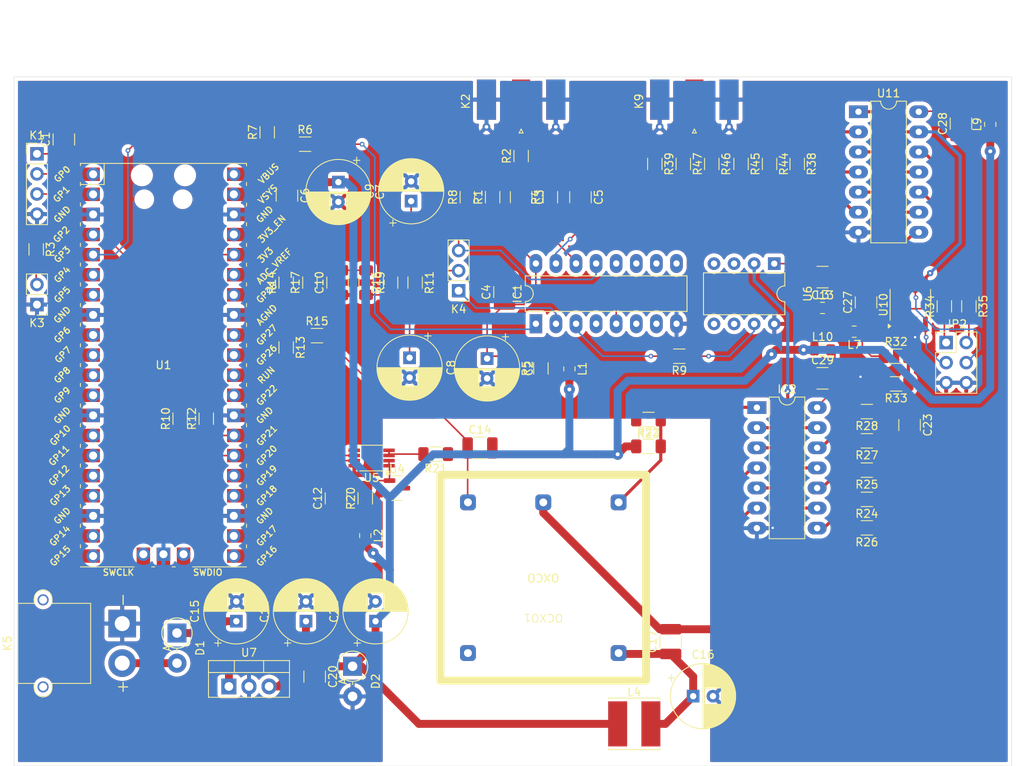
<source format=kicad_pcb>
(kicad_pcb (version 20240108) (generator "pcbnew") (generator_version "8.0")
  (layers (0 "F.Cu" signal) (31 "B.Cu" signal) (34 "B.Paste" user) (35 "F.Paste" user) (36 "B.SilkS" user "B.Silkscreen") (37 "F.SilkS" user "F.Silkscreen") (38 "B.Mask" user) (39 "F.Mask" user) (44 "Edge.Cuts" user))
  (net 0 "")
  (net 1 "GND")
  (net 2 "Net-(K1-Pin_1)")
  (net 3 "Net-(IC1-INH)")
  (net 4 "Net-(IC1-SIG_in)")
  (net 5 "Net-(C3-Pad1)")
  (net 6 "Net-(IC1-C_LD)")
  (net 7 "/VCC")
  (net 8 "Net-(C8-Pad1)")
  (net 9 "Net-(C9-Pad1)")
  (net 10 "Net-(U6-VDD)")
  (net 11 "Net-(D1-K)")
  (net 12 "Net-(OCXO1-VCC)")
  (net 13 "Net-(U10-X1{slash}CLK)")
  (net 14 "Net-(U10-OE)")
  (net 15 "Net-(U11G-VCC)")
  (net 16 "Net-(IC2G-VCC)")
  (net 17 "Net-(D1-A)")
  (net 18 "Net-(IC1-COMP_in)")
  (net 19 "Net-(IC1-PC1_out)")
  (net 21 "Net-(IC1-LD)")
  (net 27 "Net-(IC1-PC2_out)")
  (net 29 "Net-(U6-GP5)")
  (net 30 "Net-(IC2-Pad10)")
  (net 31 "Net-(OCXO1-10MHz)")
  (net 32 "Net-(IC2-Pad8)")
  (net 33 "Net-(IC2-Pad12)")
  (net 34 "Net-(IC2-Pad6)")
  (net 35 "Net-(IC2-Pad4)")
  (net 36 "Net-(JP2-Pin_4)")
  (net 37 "Net-(JP2-Pin_3)")
  (net 38 "Net-(JP2-Pin_1)")
  (net 39 "Net-(JP2-Pin_2)")
  (net 40 "Net-(K1-Pin_3)")
  (net 41 "Net-(K1-Pin_2)")
  (net 42 "Net-(K2-In)")
  (net 43 "Net-(K3-Pin_2)")
  (net 44 "Net-(K4-C)")
  (net 45 "Net-(K9-In)")
  (net 46 "Net-(L1-Pad1)")
  (net 48 "Net-(U1-GPIO2)")
  (net 49 "Net-(U1-GPIO3)")
  (net 50 "Net-(U6-GP0)")
  (net 51 "Net-(U1-GPIO27_ADC1)")
  (net 52 "Net-(U4-K)")
  (net 53 "Net-(U5-V_{OUT})")
  (net 54 "Net-(R38-Pad2)")
  (net 55 "Net-(R39-Pad2)")
  (net 56 "Net-(R44-Pad2)")
  (net 57 "Net-(R45-Pad2)")
  (net 58 "Net-(R46-Pad2)")
  (net 59 "Net-(R47-Pad2)")
  (net 86 "Net-(U10-CLK)")
  (net 88 "/V_LPF")
  (net 89 "Net-(C12-Pad1)")
  (net 90 "/V_OCXO")
  (net 91 "Net-(C23-Pad2)")
  (net 92 "Net-(U1-GPIO20)")
  (net 93 "Net-(U1-GPIO21)")
  (net 94 "Net-(U1-GPIO28_ADC2)")
  (footprint "Package_DIP:DIP-14_W7.62mm_LongPads" (layer "F.Cu") (at 123.44 14.3)
    (property "Reference" "U11")
    (property "Value" "74HC14")
  )
  (footprint "Resistor_SMD:R_1206_3216Metric_Pad1.30x1.75mm_HandSolder" (layer "F.Cu") (at 19.5 31.7 -90)
    (property "Reference" "R3")
    (property "Value" "1k")
  )
  (footprint "Capacitor_SMD:C_1210_3225Metric_Pad1.33x2.70mm_HandSolder" (layer "F.Cu") (at 99.7 81.275 90)
    (property "Reference" "C17")
    (property "Value" "100n")
  )
  (footprint "Connector_PinHeader_2.54mm:PinHeader_1x02_P2.54mm_Vertical" (layer "F.Cu") (at 19.6 38.675 180)
    (property "Reference" "K3")
    (property "Value" "Conn_01x02")
  )
  (footprint "Resistor_SMD:R_1206_3216Metric_Pad1.30x1.75mm_HandSolder" (layer "F.Cu") (at 61.1 63.175 90)
    (property "Reference" "R20")
    (property "Value" "1k")
  )
  (footprint "Connector_PinHeader_2.54mm:PinHeader_1x04_P2.54mm_Vertical" (layer "F.Cu") (at 19.6 19.62)
    (property "Reference" "K1")
    (property "Value" "Conn_01x04")
  )
  (footprint "Resistor_SMD:R_1206_3216Metric_Pad1.30x1.75mm_HandSolder" (layer "F.Cu") (at 124.5 59.6 180)
    (property "Reference" "R25")
    (property "Value" "240")
  )
  (footprint "Resistor_SMD:R_1206_3216Metric_Pad1.30x1.75mm_HandSolder" (layer "F.Cu") (at 134.3 38.9 90)
    (property "Reference" "R34")
    (property "Value" "4.7k")
  )
  (footprint "Diode_THT:D_DO-15_P3.81mm_Vertical_AnodeUp" (layer "F.Cu") (at 59.5 84.395 -90)
    (property "Reference" "D2")
    (property "Value" "D")
  )
  (footprint "Resistor_SMD:R_1206_3216Metric_Pad1.30x1.75mm_HandSolder" (layer "F.Cu") (at 53.5 18.4)
    (property "Reference" "R6")
    (property "Value" "27k")
  )
  (footprint "Package_DIP:DIP-14_W7.62mm_LongPads" (layer "F.Cu") (at 110.6 51.7)
    (property "Reference" "IC2")
    (property "Value" "74HC14")
  )
  (footprint "Inductor_SMD:L_0805_2012Metric_Pad1.15x1.40mm_HandSolder" (layer "F.Cu") (at 122.9 42.1 180)
    (property "Reference" "L7")
    (property "Value" "10µ")
  )
  (footprint "Capacitor_SMD:C_1210_3225Metric_Pad1.33x2.70mm_HandSolder" (layer "F.Cu") (at 54.7 85.7 -90)
    (property "Reference" "C20")
    (property "Value" "100n")
  )
  (footprint "Capacitor_SMD:C_1210_3225Metric_Pad1.33x2.70mm_HandSolder" (layer "F.Cu") (at 118.9 35.2 180)
    (property "Reference" "C13")
    (property "Value" "100n")
  )
  (footprint "Resistor_SMD:R_1206_3216Metric_Pad1.30x1.75mm_HandSolder" (layer "F.Cu") (at 137.4 38.9 -90)
    (property "Reference" "R35")
    (property "Value" "4.7k")
  )
  (footprint "Resistor_SMD:R_1206_3216Metric_Pad1.30x1.75mm_HandSolder" (layer "F.Cu") (at 41 53.1 90)
    (property "Reference" "R12")
    (property "Value" "10k")
  )
  (footprint "Diode_THT:D_DO-15_P3.81mm_Vertical_AnodeUp" (layer "F.Cu") (at 37.3 80.195 -90)
    (property "Reference" "D1")
    (property "Value" "SS24")
  )
  (footprint "Resistor_SMD:R_1206_3216Metric_Pad1.30x1.75mm_HandSolder" (layer "F.Cu") (at 51.1 35.9 90)
    (property "Reference" "R14")
    (property "Value" "47k")
  )
  (footprint "Connector_Coaxial:SMA_Molex_73251-1153_EdgeMount_Horizontal" (layer "F.Cu") (at 80.8 14.49 -90)
    (property "Reference" "K2")
    (property "Value" "Conn_Coaxial")
  )
  (footprint "Resistor_SMD:R_1206_3216Metric_Pad1.30x1.75mm_HandSolder" (layer "F.Cu") (at 80.8 19.9 90)
    (property "Reference" "R2")
    (property "Value" "240")
  )
  (footprint "Capacitor_SMD:C_1210_3225Metric_Pad1.33x2.70mm_HandSolder" (layer "F.Cu") (at 78.7 37.1 90)
    (property "Reference" "C4")
    (property "Value" "100n")
  )
  (footprint "Capacitor_SMD:C_1210_3225Metric_Pad1.33x2.70mm_HandSolder" (layer "F.Cu") (at 118.9 48)
    (property "Reference" "C29")
    (property "Value" "100n")
  )
  (footprint "Capacitor_SMD:C_1210_3225Metric_Pad1.33x2.70mm_HandSolder" (layer "F.Cu") (at 57.4 63.175 90)
    (property "Reference" "C12")
    (property "Value" "100n")
  )
  (footprint "Capacitor_SMD:C_1210_3225Metric_Pad1.33x2.70mm_HandSolder" (layer "F.Cu") (at 124.4 38.4 90)
    (property "Reference" "C27")
    (property "Value" "100n")
  )
  (footprint "Package_TO_SOT_THT:TO-220-3_Vertical" (layer "F.Cu") (at 43.86 86.945)
    (property "Reference" "U7")
    (property "Value" "LM7805_TO220")
  )
  (footprint "Capacitor_SMD:C_1210_3225Metric_Pad1.33x2.70mm_HandSolder" (layer "F.Cu") (at 136.4 15.8 90)
    (property "Reference" "C28")
    (property "Value" "100n")
  )
  (footprint "Capacitor_SMD:C_1210_3225Metric_Pad1.33x2.70mm_HandSolder" (layer "F.Cu") (at 75.6 56.8)
    (property "Reference" "C14")
    (property "Value" "100n")
  )
  (footprint "Resistor_SMD:R_1206_3216Metric_Pad1.30x1.75mm_HandSolder" (layer "F.Cu") (at 128.2 48.7 180)
    (property "Reference" "R33")
    (property "Value" "100k")
  )
  (footprint "Package_SO:VSSOP-8_3.0x3.0mm_P0.65mm" (layer "F.Cu") (at 61.9 58.075 180)
    (property "Reference" "U5")
    (property "Value" "DAC8571IDGK")
  )
  (footprint "Capacitor_SMD:C_1210_3225Metric_Pad1.33x2.70mm_HandSolder" (layer "F.Cu") (at 129.9 53.9 -90)
    (property "Reference" "C23")
    (property "Value" "100n")
  )
  (footprint "Resistor_SMD:R_1206_3216Metric_Pad1.30x1.75mm_HandSolder" (layer "F.Cu") (at 96.9 56.6)
    (property "Reference" "R22")
    (property "Value" "22k")
  )
  (footprint "Resistor_SMD:R_1206_3216Metric_Pad1.30x1.75mm_HandSolder" (layer "F.Cu") (at 77.2 25.1 90)
    (property "Reference" "R1")
    (property "Value" "22k")
  )
  (footprint "Capacitor_SMD:C_1210_3225Metric_Pad1.33x2.70mm_HandSolder" (layer "F.Cu") (at 80.8 25.1 -90)
    (property "Reference" "C3")
    (property "Value" "1µ")
  )
  (footprint "Resistor_SMD:R_1206_3216Metric_Pad1.30x1.75mm_HandSolder" (layer "F.Cu") (at 61.2 35.9 -90)
    (property "Reference" "R19")
    (property "Value" "240")
  )
  (footprint "Package_DIP:DIP-16_W7.62mm_LongPads" (layer "F.Cu") (at 82.66 41.1 90)
    (property "Reference" "IC1")
    (property "Value" "~")
  )
  (footprint "Resistor_SMD:R_1206_3216Metric_Pad1.30x1.75mm_HandSolder" (layer "F.Cu") (at 83.3 46.75 90)
    (property "Reference" "R5")
    (property "Value" "22")
  )
  (footprint "Resistor_SMD:R_1206_3216Metric_Pad1.30x1.75mm_HandSolder" (layer "F.Cu") (at 124.5 52.2 180)
    (property "Reference" "R28")
    (property "Value" "240")
  )
  (footprint "OCXO_example:OSC5A2B02" (layer "F.Cu") (at 83.6 73.2 180)
    (property "Reference" "OCXO1")
    (property "Value" "~")
  )
  (footprint "Capacitor_THT:CP_Radial_D8.0mm_P2.50mm" (layer "F.Cu") (at 102.547349 88.175)
    (property "Reference" "C16")
    (property "Value" "47µ")
  )
  (footprint "Resistor_SMD:R_1206_3216Metric_Pad1.30x1.75mm_HandSolder" (layer "F.Cu") (at 128.2 45.2)
    (property "Reference" "R32")
    (property "Value" "100k")
  )
  (footprint "Package_DIP:DIP-8_W7.62mm" (layer "F.Cu") (at 112.8 33.5 -90)
    (property "Reference" "U6")
    (property "Value" "PIC12F675-xP")
  )
  (footprint "Resistor_SMD:R_1206_3216Metric_Pad1.30x1.75mm_HandSolder" (layer "F.Cu") (at 84.5 25.1 90)
    (property "Reference" "R4")
    (property "Value" "22k")
  )
  (footprint "MCU_RaspberryPi_and_Boards:RPi_Pico_SMD_TH" (layer "F.Cu") (at 35.59 46.33)
    (property "Reference" "U1")
    (property "Value" "Pico")
  )
  (footprint "Resistor_SMD:R_1206_3216Metric_Pad1.30x1.75mm_HandSolder" (layer "F.Cu") (at 124.5 63.3 180)
    (property "Reference" "R24")
    (property "Value" "240")
  )
  (footprint "Connector_PinHeader_2.54mm:PinHeader_2x03_P2.54mm_Vertical" (layer "F.Cu") (at 134.525 43.475)
    (property "Reference" "JP2")
    (property "Value" "Conn_02x03_Odd_Even")
  )
  (footprint "Resistor_SMD:R_1206_3216Metric_Pad1.30x1.75mm_HandSolder" (layer "F.Cu") (at 115.7 20.9 -90)
    (property "Reference" "R38")
    (property "Value" "240")
  )
  (footprint "Resistor_SMD:R_1206_3216Metric_Pad1.30x1.75mm_HandSolder" (layer "F.Cu") (at 55 42.6)
    (property "Reference" "R15")
    (property "Value" "27k")
  )
  (footprint "Resistor_SMD:R_1206_3216Metric_Pad1.30x1.75mm_HandSolder" (layer "F.Cu") (at 100.8 45.2 180)
    (property "Reference" "R9")
    (property "Value" "680")
  )
  (footprint "Resistor_SMD:R_1206_3216Metric_Pad1.30x1.75mm_HandSolder" (layer "F.Cu") (at 101.3 20.9 -90)
    (property "Reference" "R47")
    (property "Value" "240")
  )
  (footprint "Resistor_SMD:R_1206_3216Metric_Pad1.30x1.75mm_HandSolder" (layer "F.Cu") (at 64.3 35.9 90)
    (property "Reference" "R16")
    (property "Value" "22k")
  )
  (footprint "Resistor_SMD:R_1206_3216Metric_Pad1.30x1.75mm_HandSolder" (layer "F.Cu") (at 112.2 20.9 -90)
    (property "Reference" "R44")
    (property "Value" "240")
  )
  (footprint "Resistor_SMD:R_1206_3216Metric_Pad1.30x1.75mm_HandSolder" (layer "F.Cu") (at 37.7 53.1 90)
    (property "Reference" "R10")
    (property "Value" "10k")
  )
  (footprint "Capacitor_THT:CP_Radial_D8.0mm_P2.50mm" (layer "F.Cu") (at 66.9 25.6 90)
    (property "Reference" "C9")
    (property "Value" "220µ")
  )
  (footprint "Inductor_SMD:L_0805_2012Metric_Pad1.15x1.40mm_HandSolder" (layer "F.Cu") (at 118.9 44.4)
    (property "Reference" "L10")
    (property "Value" "10µ")
  )
  (footprint "Capacitor_THT:CP_Radial_D8.0mm_P2.50mm" (layer "F.Cu") (at 76.5 45.5 -90)
    (property "Reference" "C2")
    (property "Value" "47µ")
  )
  (footprint "Package_TO_SOT_SMD:SOT-23" (layer "F.Cu") (at 65.1 61.875)
    (property "Reference" "U4")
    (property "Value" "LM4040DBZ-4.1")
  )
  (footprint "Resistor_SMD:R_1206_3216Metric_Pad1.30x1.75mm_HandSolder" (layer "F.Cu") (at 108.6 20.9 -90)
    (property "Reference" "R45")
    (property "Value" "240")
  )
  (footprint "Capacitor_THT:CP_Radial_D8.0mm_P2.50mm" (layer "F.Cu") (at 44.8 78.7 90)
    (property "Reference" "C15")
    (property "Value" "470µ")
  )
  (footprint "Inductor_SMD:L_0805_2012Metric_Pad1.15x1.40mm_HandSolder" (layer "F.Cu") (at 140.1 15.9 90)
    (property "Reference" "L9")
    (property "Value" "10µ")
  )
  (footprint "Capacitor_THT:CP_Radial_D8.0mm_P2.50mm" (layer "F.Cu") (at 53.6 78.7 90)
    (property "Reference" "C18")
    (property "Value" "470µ")
  )
  (footprint "Capacitor_THT:CP_Radial_D8.0mm_P2.50mm" (layer "F.Cu") (at 57.7 23.2 -90)
    (property "Reference" "C7")
    (property "Value" "47µ")
  )
  (footprint "Resistor_SMD:R_1206_3216Metric_Pad1.30x1.75mm_HandSolder" (layer "F.Cu") (at 124.5 55.9 180)
    (property "Reference" "R27")
    (property "Value" "240")
  )
  (footprint "Resistor_SMD:R_1206_3216Metric_Pad1.30x1.75mm_HandSolder" (layer "F.Cu") (at 74 25.1 90)
    (property "Reference" "R8")
    (property "Value" "1M")
  )
  (footprint "Inductor_SMD:L_Cenker_CKCS6045" (layer "F.Cu") (at 95.1 91.675)
    (property "Reference" "L4")
    (property "Value" "10µ")
  )
  (footprint "Capacitor_SMD:C_1210_3225Metric_Pad1.33x2.70mm_HandSolder" (layer "F.Cu") (at 88.3 25.1 -90)
    (property "Reference" "C5")
    (property "Value" "2.2n")
  )
  (footprint "Resistor_SMD:R_1206_3216Metric_Pad1.30x1.75mm_HandSolder" (layer "F.Cu") (at 97.7 20.9 -90)
    (property "Reference" "R39")
    (property "Value" "240")
  )
  (footprint "Inductor_SMD:L_0805_2012Metric_Pad1.15x1.40mm_HandSolder" (layer "F.Cu") (at 86.9 46.8 -90)
    (property "Reference" "L1")
    (property "Value" "100µ")
  )
  (footprint "Resistor_SMD:R_1206_3216Metric_Pad1.30x1.75mm_HandSolder" (layer "F.Cu") (at 48.7 16.9 90)
    (property "Reference" "R7")
    (property "Value" "47k")
  )
  (footprint "Connector_AMASS:AMASS_XT30PW-M_1x02_P2.50mm_Horizontal" (layer "F.Cu") (at 30.375 79 90)
    (property "Reference" "K5")
    (property "Value" "Conn_01x02")
  )
  (footprint "Inductor_SMD:L_0805_2012Metric_Pad1.15x1.40mm_HandSolder" (layer "F.Cu") (at 61.1 67.875 -90)
    (property "Reference" "L2")
    (property "Value" "100µ")
  )
  (footprint "Capacitor_SMD:C_1210_3225Metric_Pad1.33x2.70mm_HandSolder" (layer "F.Cu") (at 23 17.8 90)
    (property "Reference" "C1")
    (property "Value" "100n")
  )
  (footprint "Capacitor_SMD:C_1210_3225Metric_Pad1.33x2.70mm_HandSolder" (layer "F.Cu") (at 51.2 24.9 -90)
    (property "Reference" "C6")
    (property "Value" "100n")
  )
  (footprint "Capacitor_SMD:C_1210_3225Metric_Pad1.33x2.70mm_HandSolder" (layer "F.Cu") (at 57.6 35.9 90)
    (property "Reference" "C10")
    (property "Value" "1µ")
  )
  (footprint "Resistor_SMD:R_1206_3216Metric_Pad1.30x1.75mm_HandSolder" (layer "F.Cu") (at 96.9 53.2 180)
    (property "Reference" "R23")
    (property "Value" "22k")
  )
  (footprint "Capacitor_THT:CP_Radial_D8.0mm_P2.50mm" (layer "F.Cu") (at 66.7 45.4 -90)
    (property "Reference" "C8")
    (property "Value" "22µ")
  )
  (footprint "Resistor_SMD:R_1206_3216Metric_Pad1.30x1.75mm_HandSolder" (layer "F.Cu") (at 104.9 20.9 -90)
    (property "Reference" "R46")
    (property "Value" "240")
  )
  (footprint "Connector_Coaxial:SMA_Molex_73251-1153_EdgeMount_Horizontal" (layer "F.Cu") (at 102.7 14.49 -90)
    (property "Reference" "K9")
    (property "Value" "Conn_Coaxial")
  )
  (footprint "Capacitor_THT:CP_Radial_D8.0mm_P2.50mm" (layer "F.Cu") (at 62.4 78.7 90)
    (property "Reference" "C21")
    (property "Value" "47µ")
  )
  (footprint "Resistor_SMD:R_1206_3216Metric_Pad1.30x1.75mm_HandSolder" (layer "F.Cu") (at 51.1 44.1 -90)
    (property "Reference" "R13")
    (property "Value" "47k")
  )
  (footprint "Resistor_SMD:R_1206_3216Metric_Pad1.30x1.75mm_HandSolder" (layer "F.Cu") (at 67.4 35.9 -90)
    (property "Reference" "R11")
    (property "Value" "160k")
  )
  (footprint "Resistor_SMD:R_1206_3216Metric_Pad1.30x1.75mm_HandSolder" (layer "F.Cu") (at 124.5 66.9 180)
    (property "Reference" "R26")
    (property "Value" "240")
  )
  (footprint "Inductor_SMD:L_0805_2012Metric_Pad1.15x1.40mm_HandSolder" (layer "F.Cu") (at 118.9 39.1)
    (property "Reference" "L3")
    (property "Value" "10µ")
  )
  (footprint "Package_SO:SOIC-8_3.9x4.9mm_P1.27mm" (layer "F.Cu") (at 130 38.7 90)
    (property "Reference" "U10")
    (property "Value" "U1")
  )
  (footprint "Resistor_SMD:R_1206_3216Metric_Pad1.30x1.75mm_HandSolder" (layer "F.Cu") (at 70 57.575 180)
    (property "Reference" "R21")
    (property "Value" "680")
  )
  (footprint "Resistor_SMD:R_1206_3216Metric_Pad1.30x1.75mm_HandSolder" (layer "F.Cu") (at 54.1 35.9 90)
    (property "Reference" "R17")
    (property "Value" "27k")
  )
  (footprint "Connector_PinHeader_2.54mm:PinHeader_1x03_P2.54mm_Vertical" (layer "F.Cu") (at 72.9 36.925 180)
    (property "Reference" "K4")
    (property "Value" "Jumper_3_Open")
  )
  (gr_rect (start 16.7 9.9) (end 142.8 97) (stroke (width 0.05)) (fill none) (layer "Edge.Cuts"))
  (segment (start 98.3125 79.7125) (end 99.7 79.7125) (width 1) (layer "F.Cu") (net 1))
  (segment (start 83.6 63.675) (end 83.6 65) (width 1) (layer "F.Cu") (net 1))
  (segment (start 99.7 79.7125) (end 105.5125 79.7125) (width 1) (layer "F.Cu") (net 1))
  (segment (start 64.1625 62.825) (end 63.175 62.825) (width 0.2) (layer "F.Cu") (net 1))
  (segment (start 63.175 62.825) (end 63.1 62.9) (width 0.2) (layer "F.Cu") (net 1))
  (segment (start 83.6 65) (end 98.3125 79.7125) (width 1) (layer "F.Cu") (net 1))
  (via (at 112.6 66.9) (size 0.6) (drill 0.3) (layers "F.Cu" "B.Cu") (net 1))
  (via (at 130.6 42.8) (size 0.6) (drill 0.3) (layers "F.Cu" "B.Cu") (net 1))
  (via (at 123.7 47.8) (size 0.6) (drill 0.3) (layers "F.Cu" "B.Cu") (net 1))
  (segment (start 41 32.86) (end 41.5 32.36) (width 0.2) (layer "F.Cu") (net 2))
  (segment (start 37.7 51.55) (end 41 51.55) (width 0.2) (layer "F.Cu") (net 2))
  (segment (start 28.62 19.62) (end 29.5 20.5) (width 0.2) (layer "F.Cu") (net 2))
  (segment (start 19.6 19.62) (end 28.62 19.62) (width 0.2) (layer "F.Cu") (net 2))
  (segment (start 29.5 20.5) (end 29.5 31.3) (width 0.2) (layer "F.Cu") (net 2))
  (segment (start 41.5 32.36) (end 44.48 32.36) (width 0.2) (layer "F.Cu") (net 2))
  (segment (start 41 51.55) (end 41 32.86) (width 0.2) (layer "F.Cu") (net 2))
  (segment (start 30.56 32.36) (end 41.5 32.36) (width 0.2) (layer "F.Cu") (net 2))
  (segment (start 29.5 31.3) (end 30.56 32.36) (width 0.2) (layer "F.Cu") (net 2))
  (segment (start 76.5 40.8625) (end 78.7 38.6625) (width 0.2) (layer "F.Cu") (net 3))
  (segment (start 78.7 38.6625) (end 81.1375 38.6625) (width 0.2) (layer "F.Cu") (net 3))
  (segment (start 82.66 37.14) (end 82.66 36.44) (width 0.2) (layer "F.Cu") (net 3))
  (segment (start 83.3 45.2) (end 76.8 45.2) (width 0.2) (layer "F.Cu") (net 3))
  (segment (start 77.2 26.65) (end 77.2 28.02) (width 0.2) (layer "F.Cu") (net 3))
  (segment (start 76.5 45.5) (end 76.5 40.8625) (width 0.2) (layer "F.Cu") (net 3))
  (segment (start 76.8 45.2) (end 76.5 45.5) (width 0.2) (layer "F.Cu") (net 3))
  (segment (start 92.82 38.92) (end 91 37.1) (width 0.2) (layer "F.Cu") (net 3))
  (segment (start 77.2 28.02) (end 82.66 33.48) (width 0.2) (layer "F.Cu") (net 3))
  (segment (start 82.66 37.1) (end 82.66 36.44) (width 0.2) (layer "F.Cu") (net 3))
  (segment (start 92.82 41.1) (end 92.82 38.92) (width 0.2) (layer "F.Cu") (net 3))
  (segment (start 81.1375 38.6625) (end 82.66 37.14) (width 0.2) (layer "F.Cu") (net 3))
  (segment (start 82.66 36.44) (end 82.66 33.48) (width 0.2) (layer "F.Cu") (net 3))
  (segment (start 91 37.1) (end 82.66 37.1) (width 0.2) (layer "F.Cu") (net 3))
  (segment (start 80.8125 26.65) (end 80.8 26.6625) (width 0.2) (layer "F.Cu") (net 4))
  (segment (start 77.2 23.6) (end 77.2 23.55) (width 0.2) (layer "F.Cu") (net 4))
  (segment (start 84.5 26.65) (end 84.5 30) (width 0.2) (layer "F.Cu") (net 4))
  (segment (start 80.8 26.6625) (end 80.2625 26.6625) (width 0.2) (layer "F.Cu") (net 4))
  (segment (start 80.2625 26.6625) (end 77.2 23.6) (width 0.2) (layer "F.Cu") (net 4))
  (segment (start 84.5 30) (end 87.74 33.24) (width 0.2) (layer "F.Cu") (net 4))
  (segment (start 84.5 26.65) (end 80.8125 26.65) (width 0.2) (layer "F.Cu") (net 4))
  (segment (start 87.74 33.24) (end 87.74 33.48) (width 0.2) (layer "F.Cu") (net 4))
  (segment (start 80.8 21.45) (end 80.8 23.5375) (width 0.2) (layer "F.Cu") (net 5))
  (segment (start 88.3 29.1) (end 88.3 26.6625) (width 0.2) (layer "F.Cu") (net 6))
  (segment (start 87 30.4) (end 88.3 29.1) (width 0.2) (layer "F.Cu") (net 6))
  (via (at 87 30.4) (size 0.6) (drill 0.3) (layers "F.Cu" "B.Cu") (net 6))
  (segment (start 85.2 32.2) (end 85.2 33.48) (width 0.2) (layer "B.Cu") (net 6))
  (segment (start 87 30.4) (end 85.2 32.2) (width 0.2) (layer "B.Cu") (net 6))
  (segment (start 94 56.6) (end 95.35 56.6) (width 1) (layer "F.Cu") (net 7))
  (segment (start 53.6 83.0375) (end 54.7 84.1375) (width 1) (layer "F.Cu") (net 7))
  (segment (start 54.7 84.1375) (end 52.9625 84.1375) (width 1) (layer "F.Cu") (net 7))
  (segment (start 113 44.4) (end 116.5 44.4) (width 1) (layer "F.Cu") (net 7))
  (segment (start 140.1 19.3) (end 140.1 16.925) (width 1) (layer "F.Cu") (net 7))
  (segment (start 67.875 91.675) (end 93 91.675) (width 1) (layer "F.Cu") (net 7))
  (segment (start 60.595 84.395) (end 67.875 91.675) (width 1) (layer "F.Cu") (net 7))
  (segment (start 54.9575 84.395) (end 54.7 84.1375) (width 1) (layer "F.Cu") (net 7))
  (segment (start 62.4 81.495) (end 59.5 84.395) (width 1) (layer "F.Cu") (net 7))
  (segment (start 86.9 47.825) (end 86.9 49.4) (width 1) (layer "F.Cu") (net 7))
  (segment (start 59.5 84.395) (end 54.9575 84.395) (width 1) (layer "F.Cu") (net 7))
  (segment (start 52.9625 84.1375) (end 50.155 86.945) (width 1) (layer "F.Cu") (net 7))
  (segment (start 117.875 41.7) (end 117.875 44.4) (width 1) (layer "F.Cu") (net 7))
  (segment (start 61.1 69.1) (end 62.1 70.1) (width 1) (layer "F.Cu") (net 7))
  (segment (start 50.0625 22.2) (end 51.2 23.3375) (width 1) (layer "F.Cu") (net 7))
  (segment (start 50.155 86.945) (end 48.94 86.945) (width 1) (layer "F.Cu") (net 7))
  (segment (start 59.5 84.395) (end 60.595 84.395) (width 1) (layer "F.Cu") (net 7))
  (segment (start 57.7 23.2) (end 51.3375 23.2) (width 1) (layer "F.Cu") (net 7))
  (segment (start 53.6 78.7) (end 53.6 83.0375) (width 1) (layer "F.Cu") (net 7))
  (segment (start 117.875 44.4) (end 116.5 44.4) (width 1) (layer "F.Cu") (net 7))
  (segment (start 51.3375 23.2) (end 51.2 23.3375) (width 1) (layer "F.Cu") (net 7))
  (segment (start 117.875 39.1) (end 117.875 41.7) (width 1) (layer "F.Cu") (net 7))
  (segment (start 61.1 68.9) (end 61.1 69.1) (width 1) (layer "F.Cu") (net 7))
  (segment (start 112.45 44.95) (end 113 44.4) (width 1) (layer "F.Cu") (net 7))
  (segment (start 44.48 22.2) (end 50.0625 22.2) (width 1) (layer "F.Cu") (net 7))
  (segment (start 121.875 42.1) (end 118.275 42.1) (width 1) (layer "F.Cu") (net 7))
  (segment (start 62.4 78.7) (end 62.4 81.495) (width 1) (layer "F.Cu") (net 7))
  (segment (start 93 57.6) (end 94 56.6) (width 1) (layer "F.Cu") (net 7))
  (segment (start 118.275 42.1) (end 117.875 41.7) (width 1) (layer "F.Cu") (net 7))
  (via (at 116.5 44.4) (size 1.4) (drill 0.5) (layers "F.Cu" "B.Cu") (net 7))
  (via (at 140.1 19.3) (size 1.4) (drill 0.5) (layers "F.Cu" "B.Cu") (net 7))
  (via (at 62.1 70.1) (size 1.4) (drill 0.5) (layers "F.Cu" "B.Cu") (net 7))
  (via (at 112.45 44.95) (size 1.4) (drill 0.5) (layers "F.Cu" "B.Cu") (net 7))
  (via (at 93 57.6) (size 1.4) (drill 0.5) (layers "F.Cu" "B.Cu") (net 7))
  (via (at 86.9 49.4) (size 1.4) (drill 0.5) (layers "F.Cu" "B.Cu") (net 7))
  (segment (start 69.7 57.6) (end 86.2 57.6) (width 1) (layer "B.Cu") (net 7))
  (segment (start 62.4 78.7) (end 64.2 76.9) (width 1) (layer "B.Cu") (net 7))
  (segment (start 59.6 58.5) (end 64.2 63.1) (width 1) (layer "B.Cu") (net 7))
  (segment (start 132.7 50.7) (end 138.6 50.7) (width 1) (layer "B.Cu") (net 7))
  (segment (start 86.9 49.4) (end 86.9 56.9) (width 1) (layer "B.Cu") (net 7))
  (segment (start 57.7 23.2) (end 58.7 23.2) (width 1) (layer "B.Cu") (net 7))
  (segment (start 64.2 76.9) (end 64.2 72.2) (width 1) (layer "B.Cu") (net 7))
  (segment (start 86.9 56.9) (end 86.2 57.6) (width 1) (layer "B.Cu") (net 7))
  (segment (start 126.4 44.4) (end 132.7 50.7) (width 1) (layer "B.Cu") (net 7))
  (segment (start 86.2 57.6) (end 90.2 57.6) (width 1) (layer "B.Cu") (net 7))
  (segment (start 90.2 57.6) (end 93 57.6) (width 1) (layer "B.Cu") (net 7))
  (segment (start 59.6 24.1) (end 59.6 58.5) (width 1) (layer "B.Cu") (net 7))
  (segment (start 109.1 48.3) (end 94.3 48.3) (width 1) (layer "B.Cu") (net 7))
  (segment (start 140.1 49.2) (end 140.1 19.3) (width 1) (layer "B.Cu") (net 7))
  (segment (start 116.5 44.4) (end 126.4 44.4) (width 1) (layer "B.Cu") (net 7))
  (segment (start 93 49.6) (end 93 57.6) (width 1) (layer "B.Cu") (net 7))
  (segment (start 64.2 72.2) (end 62.1 70.1) (width 1) (layer "B.Cu") (net 7))
  (segment (start 138.6 50.7) (end 140.1 49.2) (width 1) (layer "B.Cu") (net 7))
  (segment (start 112.45 44.95) (end 109.1 48.3) (width 1) (layer "B.Cu") (net 7))
  (segment (start 94.3 48.3) (end 93 49.6) (width 1) (layer "B.Cu") (net 7))
  (segment (start 64.2 72.2) (end 64.2 63.1) (width 1) (layer "B.Cu") (net 7))
  (segment (start 58.7 23.2) (end 59.6 24.1) (width 1) (layer "B.Cu") (net 7))
  (segment (start 64.2 63.1) (end 69.7 57.6) (width 1) (layer "B.Cu") (net 7))
  (segment (start 66.7 41.1) (end 67.4 40.4) (width 0.2) (layer "F.Cu") (net 8))
  (segment (start 64.3 37.45) (end 67.4 37.45) (width 0.2) (layer "F.Cu") (net 8))
  (segment (start 61.2 37.45) (end 64.3 37.45) (width 0.2) (layer "F.Cu") (net 8))
  (segment (start 67.4 40.4) (end 67.4 37.45) (width 0.2) (layer "F.Cu") (net 8))
  (segment (start 66.7 45.4) (end 66.7 41.1) (width 0.2) (layer "F.Cu") (net 8))
  (segment (start 66.9 31.75) (end 64.3 34.35) (width 0.2) (layer "F.Cu") (net 9))
  (segment (start 66.9 25.6) (end 66.9 31.75) (width 0.2) (layer "F.Cu") (net 9))
  (segment (start 112.8 33.5) (end 116.4 33.5) (width 0.2) (layer "F.Cu") (net 10))
  (segment (start 117.3375 34.4375) (end 117.3375 35.2) (width 0.2) (layer "F.Cu") (net 10))
  (segment (start 119.925 38.425) (end 119.925 39.1) (width 0.2) (layer "F.Cu") (net 10))
  (segment (start 117.3375 35.8375) (end 119.925 38.425) (width 0.2) (layer "F.Cu") (net 10))
  (segment (start 117.3375 35.2) (end 117.3375 35.8375) (width 0.2) (layer "F.Cu") (net 10))
  (segment (start 116.4 33.5) (end 117.3375 34.4375) (width 0.2) (layer "F.Cu") (net 10))
  (segment (start 41.795 80.195) (end 43.86 82.26) (width 1) (layer "F.Cu") (net 11))
  (segment (start 41.095 80.195) (end 41.905 80.195) (width 1) (layer "F.Cu") (net 11))
  (segment (start 37.3 80.195) (end 41.095 80.195) (width 1) (layer "F.Cu") (net 11))
  (segment (start 43.86 82.26) (end 43.86 86.945) (width 1) (layer "F.Cu") (net 11))
  (segment (start 41.905 80.195) (end 43.4 78.7) (width 1) (layer "F.Cu") (net 11))
  (segment (start 43.4 78.7) (end 44.8 78.7) (width 1) (layer "F.Cu") (net 11))
  (segment (start 41.095 80.195) (end 41.795 80.195) (width 1) (layer "F.Cu") (net 11))
  (segment (start 99.7 82.8375) (end 93.2375 82.8375) (width 1) (layer "F.Cu") (net 12))
  (segment (start 99.047349 91.675) (end 102.547349 88.175) (width 1) (layer "F.Cu") (net 12))
  (segment (start 93.2375 82.8375) (end 93.125 82.725) (width 1) (layer "F.Cu") (net 12))
  (segment (start 97.2 91.675) (end 99.047349 91.675) (width 1) (layer "F.Cu") (net 12))
  (segment (start 102.547349 85.684849) (end 99.7 82.8375) (width 1) (layer "F.Cu") (net 12))
  (segment (start 102.547349 88.175) (end 102.547349 85.684849) (width 1) (layer "F.Cu") (net 12))
  (segment (start 128.095 43.545) (end 128.095 41.175) (width 0.4) (layer "F.Cu") (net 13))
  (segment (start 129.9 52.3375) (end 129.9 48.85) (width 0.4) (layer "F.Cu") (net 13))
  (segment (start 129.75 48.7) (end 129.75 45.2) (width 0.4) (layer "F.Cu") (net 13))
  (segment (start 129.9 48.85) (end 129.75 48.7) (width 0.4) (layer "F.Cu") (net 13))
  (segment (start 129.75 45.2) (end 128.095 43.545) (width 0.4) (layer "F.Cu") (net 13))
  (segment (start 123.925 40.975) (end 126 38.9) (width 0.2) (layer "F.Cu") (net 14))
  (segment (start 125.075 45.2) (end 123.925 44.05) (width 0.2) (layer "F.Cu") (net 14))
  (segment (start 126 38.9) (end 129.065 38.9) (width 0.2) (layer "F.Cu") (net 14))
  (segment (start 129.065 38.9) (end 129.365 39.2) (width 0.2) (layer "F.Cu") (net 14))
  (segment (start 129.365 36.225) (end 129.365 39.2) (width 0.2) (layer "F.Cu") (net 14))
  (segment (start 123.925 44.05) (end 123.925 42.1) (width 0.2) (layer "F.Cu") (net 14))
  (segment (start 123.925 42.1) (end 123.925 40.975) (width 0.2) (layer "F.Cu") (net 14))
  (segment (start 132.45 39.2) (end 134.3 37.35) (width 0.2) (layer "F.Cu") (net 14))
  (segment (start 129.365 39.2) (end 129.365 41.175) (width 0.2) (layer "F.Cu") (net 14))
  (segment (start 126.65 45.2) (end 125.075 45.2) (width 0.2) (layer "F.Cu") (net 14))
  (segment (start 129.365 39.2) (end 132.45 39.2) (width 0.2) (layer "F.Cu") (net 14))
  (segment (start 134.3 37.35) (end 137.4 37.35) (width 0.2) (layer "F.Cu") (net 14))
  (segment (start 136.4 14.2375) (end 139.4625 14.2375) (width 0.2) (layer "F.Cu") (net 15))
  (segment (start 139.4625 14.2375) (end 140.1 14.875) (width 0.2) (layer "F.Cu") (net 15))
  (segment (start 136.4 14.2375) (end 131.1225 14.2375) (width 0.2) (layer "F.Cu") (net 15))
  (segment (start 131.1225 14.2375) (end 131.06 14.3) (width 0.2) (layer "F.Cu") (net 15))
  (segment (start 118.22 51.58) (end 120.4625 49.3375) (width 0.2) (layer "F.Cu") (net 16))
  (segment (start 118.22 51.7) (end 118.22 51.58) (width 0.2) (layer "F.Cu") (net 16))
  (segment (start 120.4625 49.3375) (end 120.4625 48) (width 0.2) (layer "F.Cu") (net 16))
  (segment (start 120.4625 44.9375) (end 119.925 44.4) (width 0.2) (layer "F.Cu") (net 16))
  (segment (start 120.4625 48) (end 120.4625 44.9375) (width 0.2) (layer "F.Cu") (net 16))
  (segment (start 30.38 84.005) (end 30.375 84) (width 1) (layer "F.Cu") (net 17))
  (segment (start 37.3 84.005) (end 30.38 84.005) (width 1) (layer "F.Cu") (net 17))
  (segment (start 99.25 45.2) (end 97.2 45.2) (width 0.2) (layer "F.Cu") (net 18))
  (via (at 97.2 45.2) (size 0.6) (drill 0.3) (layers "F.Cu" "B.Cu") (net 18))
  (segment (start 87.74 41.84) (end 87.74 41.1) (width 0.2) (layer "B.Cu") (net 18))
  (segment (start 91.1 45.2) (end 87.74 41.84) (width 0.2) (layer "B.Cu") (net 18))
  (segment (start 97.2 45.2) (end 91.1 45.2) (width 0.2) (layer "B.Cu") (net 18))
  (segment (start 85.2 41.1) (end 85.2 39.8) (width 0.2) (layer "B.Cu") (net 19))
  (segment (start 85.2 39.8) (end 84.5 39.1) (width 0.2) (layer "B.Cu") (net 19))
  (segment (start 84.5 39.1) (end 75.075 39.1) (width 0.2) (layer "B.Cu") (net 19))
  (segment (start 75.075 39.1) (end 72.9 36.925) (width 0.2) (layer "B.Cu") (net 19))
  (segment (start 60.7 18.4) (end 55.05 18.4) (width 0.2) (layer "F.Cu") (net 21))
  (via (at 60.7 18.4) (size 0.6) (drill 0.3) (layers "F.Cu" "B.Cu") (net 21))
  (segment (start 62.3 39.8) (end 64.3 41.8) (width 0.2) (layer "B.Cu") (net 21))
  (segment (start 82.1 41.8) (end 82.66 41.24) (width 0.2) (layer "B.Cu") (net 21))
  (segment (start 64.3 41.8) (end 82.1 41.8) (width 0.2) (layer "B.Cu") (net 21))
  (segment (start 82.66 41.24) (end 82.66 41.1) (width 0.2) (layer "B.Cu") (net 21))
  (segment (start 62.3 20) (end 62.3 39.8) (width 0.2) (layer "B.Cu") (net 21))
  (segment (start 60.7 18.4) (end 62.3 20) (width 0.2) (layer "B.Cu") (net 21))
  (segment (start 72.9 27.75) (end 74 26.65) (width 0.2) (layer "F.Cu") (net 27))
  (segment (start 72.9 31.845) (end 72.9 27.75) (width 0.2) (layer "F.Cu") (net 27))
  (segment (start 89.7 35.5) (end 81.9 35.5) (width 0.2) (layer "B.Cu") (net 27))
  (segment (start 90.28 34.92) (end 89.7 35.5) (width 0.2) (layer "B.Cu") (net 27))
  (segment (start 81.9 35.5) (end 78.245 31.845) (width 0.2) (layer "B.Cu") (net 27))
  (segment (start 90.28 33.48) (end 90.28 34.92) (width 0.2) (layer "B.Cu") (net 27))
  (segment (start 78.245 31.845) (end 72.9 31.845) (width 0.2) (layer "B.Cu") (net 27))
  (segment (start 118.22 54.24) (end 116.4 54.24) (width 0.4) (layer "F.Cu") (net 29))
  (segment (start 116.4 54.24) (end 114.5 52.34) (width 0.4) (layer "F.Cu") (net 29))
  (segment (start 114.5 59.84) (end 114.5 62.54) (width 0.4) (layer "F.Cu") (net 29))
  (segment (start 112.9 54.24) (end 114.5 52.64) (width 0.4) (layer "F.Cu") (net 29))
  (segment (start 114.5 52.64) (end 114.5 52.34) (width 0.4) (layer "F.Cu") (net 29))
  (segment (start 116.38 59.32) (end 114.5 57.44) (width 0.4) (layer "F.Cu") (net 29))
  (segment (start 110.6 56.78) (end 112.46 56.78) (width 0.4) (layer "F.Cu") (net 29))
  (segment (start 114.5 54.74) (end 114.5 57.44) (width 0.4) (layer "F.Cu") (net 29))
  (segment (start 114.5 62.54) (end 116.36 64.4) (width 0.4) (layer "F.Cu") (net 29))
  (segment (start 114.5 49.64) (end 114.5 49.74) (width 0.4) (layer "F.Cu") (net 29))
  (segment (start 112.46 56.78) (end 114.5 54.74) (width 0.4) (layer "F.Cu") (net 29))
  (segment (start 110.6 54.24) (end 112.9 54.24) (width 0.4) (layer "F.Cu") (net 29))
  (segment (start 114.5 52.34) (end 114.5 49.64) (width 0.4) (layer "F.Cu") (net 29))
  (segment (start 114.5 52.64) (end 114.5 54.74) (width 0.4) (layer "F.Cu") (net 29))
  (segment (start 114.5 57.44) (end 114.5 59.84) (width 0.4) (layer "F.Cu") (net 29))
  (segment (start 116.36 64.4) (end 118.22 64.4) (width 0.4) (layer "F.Cu") (net 29))
  (segment (start 112.48 61.86) (end 110.6 61.86) (width 0.4) (layer "F.Cu") (net 29))
  (segment (start 118.22 59.32) (end 116.38 59.32) (width 0.4) (layer "F.Cu") (net 29))
  (segment (start 114.5 59.84) (end 112.48 61.86) (width 0.4) (layer "F.Cu") (net 29))
  (via (at 114.5 49.64) (size 0.8) (drill 0.3) (layers "F.Cu" "B.Cu") (net 29))
  (segment (start 110.26 33.5) (end 110.26 35.66) (width 0.4) (layer "B.Cu") (net 29))
  (segment (start 114.5 39.9) (end 114.5 49.64) (width 0.4) (layer "B.Cu") (net 29))
  (segment (start 110.26 35.66) (end 114.5 39.9) (width 0.4) (layer "B.Cu") (net 29))
  (segment (start 121.4 57.5) (end 122.95 55.95) (width 0.4) (layer "F.Cu") (net 30))
  (segment (start 121.4 59.3) (end 121.4 57.5) (width 0.4) (layer "F.Cu") (net 30))
  (segment (start 118.22 61.86) (end 118.84 61.86) (width 0.4) (layer "F.Cu") (net 30))
  (segment (start 122.95 55.95) (end 122.95 55.9) (width 0.4) (layer "F.Cu") (net 30))
  (segment (start 118.84 61.86) (end 121.4 59.3) (width 0.4) (layer "F.Cu") (net 30))
  (segment (start 110.56 51.66) (end 99.54 51.66) (width 0.4) (layer "F.Cu") (net 31))
  (segment (start 110.6 51.7) (end 110.56 51.66) (width 0.4) (layer "F.Cu") (net 31))
  (segment (start 98.45 56.6) (end 98.45 53.2) (width 0.4) (layer "F.Cu") (net 31))
  (segment (start 98.45 58.35) (end 93.125 63.675) (width 0.4) (layer "F.Cu") (net 31))
  (segment (start 98.45 56.6) (end 98.45 58.35) (width 0.4) (layer "F.Cu") (net 31))
  (segment (start 99.54 51.66) (end 98.45 52.75) (width 0.4) (layer "F.Cu") (net 31))
  (segment (start 98.45 52.75) (end 98.45 53.2) (width 0.4) (layer "F.Cu") (net 31))
  (segment (start 120.6 61.95) (end 122.95 59.6) (width 0.4) (layer "F.Cu") (net 32))
  (segment (start 119.06 66.94) (end 120.6 65.4) (width 0.4) (layer "F.Cu") (net 32))
  (segment (start 118.22 66.94) (end 119.06 66.94) (width 0.4) (layer "F.Cu") (net 32))
  (segment (start 120.6 65.4) (end 120.6 61.95) (width 0.4) (layer "F.Cu") (net 32))
  (segment (start 118.22 56.78) (end 118.72 56.78) (width 0.4) (layer "F.Cu") (net 33))
  (segment (start 118.72 56.78) (end 122.95 52.55) (width 0.4) (layer "F.Cu") (net 33))
  (segment (start 122.95 52.55) (end 122.95 52.2) (width 0.4) (layer "F.Cu") (net 33))
  (segment (start 119.7 69) (end 121.4 67.3) (width 0.4) (layer "F.Cu") (net 34))
  (segment (start 121.4 65.1) (end 122.95 63.55) (width 0.4) (layer "F.Cu") (net 34))
  (segment (start 121.4 67.3) (end 121.4 65.1) (width 0.4) (layer "F.Cu") (net 34))
  (segment (start 110.6 64.4) (end 110 64.4) (width 0.4) (layer "F.Cu") (net 34))
  (segment (start 108.6 68.5) (end 109.1 69) (width 0.4) (layer "F.Cu") (net 34))
  (segment (start 110 64.4) (end 108.6 65.8) (width 0.4) (layer "F.Cu") (net 34))
  (segment (start 108.6 65.8) (end 108.6 68.5) (width 0.4) (layer "F.Cu") (net 34))
  (segment (start 122.95 63.55) (end 122.95 63.3) (width 0.4) (layer "F.Cu") (net 34))
  (segment (start 109.1 69) (end 119.7 69) (width 0.4) (layer "F.Cu") (net 34))
  (segment (start 122.95 67.15) (end 122.95 66.9) (width 0.4) (layer "F.Cu") (net 35))
  (segment (start 120.2 69.9) (end 122.95 67.15) (width 0.4) (layer "F.Cu") (net 35))
  (segment (start 110.6 59.32) (end 109.98 59.32) (width 0.4) (layer "F.Cu") (net 35))
  (segment (start 107.8 68.8) (end 108.9 69.9) (width 0.4) (layer "F.Cu") (net 35))
  (segment (start 107.8 61.5) (end 107.8 68.8) (width 0.4) (layer "F.Cu") (net 35))
  (segment (start 108.9 69.9) (end 120.2 69.9) (width 0.4) (layer "F.Cu") (net 35))
  (segment (start 109.98 59.32) (end 107.8 61.5) (width 0.4) (layer "F.Cu") (net 35))
  (segment (start 130.635 36.225) (end 130.635 37.735) (width 0.2) (layer "F.Cu") (net 36))
  (segment (start 130.635 37.735) (end 130.7 37.8) (width 0.2) (layer "F.Cu") (net 36))
  (via (at 130.7 37.8) (size 0.6) (drill 0.3) (layers "F.Cu" "B.Cu") (net 36))
  (segment (start 130.7 37.8) (end 130.7 39.3) (width 0.2) (layer "B.Cu") (net 36))
  (segment (start 133.2 41.8) (end 138.2 41.8) (width 0.2) (layer "B.Cu") (net 36))
  (segment (start 138.2 41.8) (end 138.8 42.4) (width 0.2) (layer "B.Cu") (net 36))
  (segment (start 138.8 44.28) (end 137.065 46.015) (width 0.2) (layer "B.Cu") (net 36))
  (segment (start 130.7 39.3) (end 133.2 41.8) (width 0.2) (layer "B.Cu") (net 36))
  (segment (start 138.8 42.4) (end 138.8 44.28) (width 0.2) (layer "B.Cu") (net 36))
  (segment (start 131.905 42.705) (end 132 42.8) (width 0.2) (layer "F.Cu") (net 37))
  (segment (start 131.905 41.175) (end 131.905 42.705) (width 0.2) (layer "F.Cu") (net 37))
  (via (at 132 42.8) (size 0.6) (drill 0.3) (layers "F.Cu" "B.Cu") (net 37))
  (segment (start 132 44.2) (end 133.815 46.015) (width 0.2) (layer "B.Cu") (net 37))
  (segment (start 133.815 46.015) (end 134.525 46.015) (width 0.2) (layer "B.Cu") (net 37))
  (segment (start 132 42.8) (end 132 44.2) (width 0.2) (layer "B.Cu") (net 37))
  (segment (start 134.3 43.25) (end 134.525 43.475) (width 0.2) (layer "F.Cu") (net 38))
  (segment (start 134.3 40.45) (end 134.3 43.25) (width 0.2) (layer "F.Cu") (net 38))
  (segment (start 137.4 43.14) (end 137.065 43.475) (width 0.2) (layer "F.Cu") (net 39))
  (segment (start 137.4 40.45) (end 137.4 43.14) (width 0.2) (layer "F.Cu") (net 39))
  (segment (start 23.9 24.7) (end 19.6 24.7) (width 0.2) (layer "F.Cu") (net 40))
  (segment (start 23.94 24.74) (end 23.9 24.7) (width 0.2) (layer "F.Cu") (net 40))
  (segment (start 26.7 24.74) (end 23.94 24.74) (width 0.2) (layer "F.Cu") (net 40))
  (segment (start 26.66 22.16) (end 26.7 22.2) (width 0.2) (layer "F.Cu") (net 41))
  (segment (start 19.6 22.16) (end 26.66 22.16) (width 0.2) (layer "F.Cu") (net 41))
  (segment (start 80.8 12.77) (end 80.8 18.35) (width 0.2) (layer "F.Cu") (net 42))
  (segment (start 19.5 36.035) (end 19.6 36.135) (width 0.2) (layer "F.Cu") (net 43))
  (segment (start 19.5 33.25) (end 19.5 36.035) (width 0.2) (layer "F.Cu") (net 43))
  (segment (start 67.435 34.385) (end 67.4 34.35) (width 0.2) (layer "F.Cu") (net 44))
  (segment (start 72.9 34.385) (end 67.435 34.385) (width 0.2) (layer "F.Cu") (net 44))
  (segment (start 102.7 12.77) (end 102.7 17.15) (width 0.4) (layer "F.Cu") (net 45))
  (segment (start 112.2 19.35) (end 108.6 19.35) (width 0.4) (layer "F.Cu") (net 45))
  (segment (start 115.7 19.35) (end 112.2 19.35) (width 0.4) (layer "F.Cu") (net 45))
  (segment (start 108.6 19.35) (end 104.9 19.35) (width 0.4) (layer "F.Cu") (net 45))
  (segment (start 102.7 17.15) (end 104.9 19.35) (width 0.4) (layer "F.Cu") (net 45))
  (segment (start 101.3 19.35) (end 97.7 19.35) (width 0.4) (layer "F.Cu") (net 45))
  (segment (start 104.9 19.35) (end 101.3 19.35) (width 0.4) (layer "F.Cu") (net 45))
  (segment (start 85.925 45.775) (end 86.9 45.775) (width 0.2) (layer "F.Cu") (net 46))
  (segment (start 83.4 48.3) (end 85.925 45.775) (width 0.2) (layer "F.Cu") (net 46))
  (segment (start 83.3 48.3) (end 83.4 48.3) (width 0.2) (layer "F.Cu") (net 46))
  (segment (start 26.7 29.82) (end 19.83 29.82) (width 0.2) (layer "F.Cu") (net 48))
  (segment (start 19.83 29.82) (end 19.5 30.15) (width 0.2) (layer "F.Cu") (net 48))
  (segment (start 51.95 18.4) (end 48.75 18.4) (width 0.2) (layer "F.Cu") (net 49))
  (segment (start 48.75 18.4) (end 48.7 18.45) (width 0.2) (layer "F.Cu") (net 49))
  (segment (start 31.85 18.45) (end 31.1 19.2) (width 0.2) (layer "F.Cu") (net 49))
  (segment (start 48.7 18.45) (end 31.85 18.45) (width 0.2) (layer "F.Cu") (net 49))
  (via (at 31.1 19.2) (size 0.6) (drill 0.3) (layers "F.Cu" "B.Cu") (net 49))
  (segment (start 31.1 30.7) (end 29.44 32.36) (width 0.2) (layer "B.Cu") (net 49))
  (segment (start 31.1 19.2) (end 31.1 30.7) (width 0.2) (layer "B.Cu") (net 49))
  (segment (start 29.44 32.36) (end 26.7 32.36) (width 0.2) (layer "B.Cu") (net 49))
  (segment (start 102.35 45.2) (end 104.5 45.2) (width 0.2) (layer "F.Cu") (net 50))
  (via (at 104.5 45.2) (size 0.6) (drill 0.3) (layers "F.Cu" "B.Cu") (net 50))
  (segment (start 107.1 45.2) (end 110.26 42.04) (width 0.2) (layer "B.Cu") (net 50))
  (segment (start 110.26 42.04) (end 110.26 41.12) (width 0.2) (layer "B.Cu") (net 50))
  (segment (start 104.5 45.2) (end 107.1 45.2) (width 0.2) (layer "B.Cu") (net 50))
  (segment (start 51.1 42.55) (end 53.4 42.55) (width 0.2) (layer "F.Cu") (net 51))
  (segment (start 53.4 42.55) (end 53.45 42.6) (width 0.2) (layer "F.Cu") (net 51))
  (segment (start 44.48 42.52) (end 51.07 42.52) (width 0.2) (layer "F.Cu") (net 51))
  (segment (start 51.07 42.52) (end 51.1 42.55) (width 0.2) (layer "F.Cu") (net 51))
  (segment (start 64.1625 59.1125) (end 64.1 59.05) (width 0.2) (layer "F.Cu") (net 52))
  (segment (start 64.1625 60.925) (end 61.8 60.925) (width 0.2) (layer "F.Cu") (net 52))
  (segment (start 64.1 59.05) (end 64.1 58.4) (width 0.2) (layer "F.Cu") (net 52))
  (segment (start 61.8 60.925) (end 61.1 61.625) (width 0.2) (layer "F.Cu") (net 52))
  (segment (start 64.1625 60.925) (end 64.1625 59.1125) (width 0.2) (layer "F.Cu") (net 52))
  (segment (start 64.1 57.475) (end 64.1 57.1) (width 0.2) (layer "F.Cu") (net 53))
  (segment (start 64.1 57.75) (end 64.1 57.475) (width 0.2) (layer "F.Cu") (net 53))
  (segment (start 64.1 57.475) (end 64.2 57.575) (width 0.2) (layer "F.Cu") (net 53))
  (segment (start 64.2 57.575) (end 68.45 57.575) (width 0.2) (layer "F.Cu") (net 53))
  (segment (start 118.2 17.7) (end 119.06 16.84) (width 0.4) (layer "F.Cu") (net 54))
  (segment (start 118.2 21.6) (end 118.2 17.7) (width 0.4) (layer "F.Cu") (net 54))
  (segment (start 115.7 22.45) (end 117.35 22.45) (width 0.4) (layer "F.Cu") (net 54))
  (segment (start 117.35 22.45) (end 118.2 21.6) (width 0.4) (layer "F.Cu") (net 54))
  (segment (start 119.06 16.84) (end 123.44 16.84) (width 0.4) (layer "F.Cu") (net 54))
  (segment (start 134 31.1) (end 132.2 32.9) (width 0.4) (layer "F.Cu") (net 55))
  (segment (start 121.8 32.9) (end 116.1 27.2) (width 0.4) (layer "F.Cu") (net 55))
  (segment (start 131.68 19.38) (end 134 21.7) (width 0.4) (layer "F.Cu") (net 55))
  (segment (start 102.45 27.2) (end 97.7 22.45) (width 0.4) (layer "F.Cu") (net 55))
  (segment (start 131.06 19.38) (end 131.68 19.38) (width 0.4) (layer "F.Cu") (net 55))
  (segment (start 134 21.7) (end 134 31.1) (width 0.4) (layer "F.Cu") (net 55))
  (segment (start 132.2 32.9) (end 121.8 32.9) (width 0.4) (layer "F.Cu") (net 55))
  (segment (start 116.1 27.2) (end 102.45 27.2) (width 0.4) (layer "F.Cu") (net 55))
  (segment (start 123.44 21.92) (end 119.28 21.92) (width 0.4) (layer "F.Cu") (net 56))
  (segment (start 117.3 23.9) (end 113.8 23.9) (width 0.4) (layer "F.Cu") (net 56))
  (segment (start 112.35 22.45) (end 112.2 22.45) (width 0.4) (layer "F.Cu") (net 56))
  (segment (start 113.8 23.9) (end 112.35 22.45) (width 0.4) (layer "F.Cu") (net 56))
  (segment (start 119.28 21.92) (end 117.3 23.9) (width 0.4) (layer "F.Cu") (net 56))
  (segment (start 120.7 24.8) (end 110.95 24.8) (width 0.4) (layer "F.Cu") (net 57))
  (segment (start 122.9 27) (end 120.7 24.8) (width 0.4) (layer "F.Cu") (net 57))
  (segment (start 123.44 27) (end 122.9 27) (width 0.4) (layer "F.Cu") (net 57))
  (segment (start 110.95 24.8) (end 108.6 22.45) (width 0.4) (layer "F.Cu") (net 57))
  (segment (start 129 31.1) (end 122.4 31.1) (width 0.4) (layer "F.Cu") (net 58))
  (segment (start 122.4 31.1) (end 116.9 25.6) (width 0.4) (layer "F.Cu") (net 58))
  (segment (start 131.06 29.54) (end 130.56 29.54) (width 0.4) (layer "F.Cu") (net 58))
  (segment (start 108.05 25.6) (end 104.9 22.45) (width 0.4) (layer "F.Cu") (net 58))
  (segment (start 130.56 29.54) (end 129 31.1) (width 0.4) (layer "F.Cu") (net 58))
  (segment (start 116.9 25.6) (end 108.05 25.6) (width 0.4) (layer "F.Cu") (net 58))
  (segment (start 131.46 24.46) (end 133.1 26.1) (width 0.4) (layer "F.Cu") (net 59))
  (segment (start 116.5 26.4) (end 105.25 26.4) (width 0.4) (layer "F.Cu") (net 59))
  (segment (start 131.8 32) (end 122.1 32) (width 0.4) (layer "F.Cu") (net 59))
  (segment (start 105.25 26.4) (end 101.3 22.45) (width 0.4) (layer "F.Cu") (net 59))
  (segment (start 131.06 24.46) (end 131.46 24.46) (width 0.4) (layer "F.Cu") (net 59))
  (segment (start 133.1 30.7) (end 131.8 32) (width 0.4) (layer "F.Cu") (net 59))
  (segment (start 133.1 26.1) (end 133.1 30.7) (width 0.4) (layer "F.Cu") (net 59))
  (segment (start 122.1 32) (end 116.5 26.4) (width 0.4) (layer "F.Cu") (net 59))
  (segment (start 127.36 18.46) (end 127.36 20.66) (width 0.4) (layer "F.Cu") (net 86))
  (segment (start 123.44 19.38) (end 126.44 19.38) (width 0.4) (layer "F.Cu") (net 86))
  (segment (start 127.36 26.16) (end 127.36 23.3) (width 0.4) (layer "F.Cu") (net 86))
  (segment (start 126.36 24.46) (end 123.44 24.46) (width 0.4) (layer "F.Cu") (net 86))
  (segment (start 131.06 21.92) (end 128.42 21.92) (width 0.4) (layer "F.Cu") (net 86))
  (segment (start 127.36 20.66) (end 127.36 22.46) (width 0.4) (layer "F.Cu") (net 86))
  (segment (start 128.42 21.92) (end 127.36 20.86) (width 0.4) (layer "F.Cu") (net 86))
  (segment (start 126.44 19.38) (end 127.36 18.46) (width 0.4) (layer "F.Cu") (net 86))
  (segment (start 131.06 27) (end 128.2 27) (width 0.4) (layer "F.Cu") (net 86))
  (segment (start 127.36 23.3) (end 127.36 23.46) (width 0.4) (layer "F.Cu") (net 86))
  (segment (start 128.2 27) (end 127.36 26.16) (width 0.4) (layer "F.Cu") (net 86))
  (segment (start 131.905 35.295) (end 131.905 36.225) (width 0.4) (layer "F.Cu") (net 86))
  (segment (start 132.5 34.7) (end 131.905 35.295) (width 0.4) (layer "F.Cu") (net 86))
  (segment (start 127.36 20.86) (end 127.36 20.66) (width 0.4) (layer "F.Cu") (net 86))
  (segment (start 127.36 23.3) (end 127.36 22.46) (width 0.4) (layer "F.Cu") (net 86))
  (segment (start 131.06 16.84) (end 128.34 16.84) (width 0.4) (layer "F.Cu") (net 86))
  (segment (start 126.2 14.3) (end 127.36 15.46) (width 0.4) (layer "F.Cu") (net 86))
  (segment (start 127.36 16.16) (end 127.36 18.46) (width 0.4) (layer "F.Cu") (net 86))
  (segment (start 128.34 16.84) (end 127.36 15.86) (width 0.4) (layer "F.Cu") (net 86))
  (segment (start 123.44 14.3) (end 126.2 14.3) (width 0.4) (layer "F.Cu") (net 86))
  (segment (start 127.36 23.46) (end 126.36 24.46) (width 0.4) (layer "F.Cu") (net 86))
  (segment (start 127.36 15.46) (end 127.36 16.16) (width 0.4) (layer "F.Cu") (net 86))
  (via (at 132.5 34.7) (size 0.8) (drill 0.3) (layers "F.Cu" "B.Cu") (net 86))
  (segment (start 133.24 16.84) (end 131.06 16.84) (width 0.4) (layer "B.Cu") (net 86))
  (segment (start 132.5 34.7) (end 136.3 30.9) (width 0.4) (layer "B.Cu") (net 86))
  (segment (start 136.3 30.9) (end 136.3 19.9) (width 0.4) (layer "B.Cu") (net 86))
  (segment (start 136.3 19.9) (end 133.24 16.84) (width 0.4) (layer "B.Cu") (net 86))
  (segment (start 57.5875 34.35) (end 57.6 34.3375) (width 0.2) (layer "F.Cu") (net 88))
  (segment (start 61.1875 34.3375) (end 61.2 34.35) (width 0.2) (layer "F.Cu") (net 88))
  (segment (start 54.1 34.35) (end 57.5875 34.35) (width 0.2) (layer "F.Cu") (net 88))
  (segment (start 57.6 34.3375) (end 61.1875 34.3375) (width 0.2) (layer "F.Cu") (net 88))
  (segment (start 57.4125 64.725) (end 57.4 64.7375) (width 0.2) (layer "F.Cu") (net 89))
  (segment (start 61.1 64.725) (end 57.4125 64.725) (width 0.2) (layer "F.Cu") (net 89))
  (segment (start 61.1 66.85) (end 61.1 64.725) (width 0.2) (layer "F.Cu") (net 89))
  (segment (start 69.6 51.5) (end 64.7 51.5) (width 0.2) (layer "F.Cu") (net 90))
  (segment (start 74.0375 56.8) (end 74.0375 55.9375) (width 0.2) (layer "F.Cu") (net 90))
  (segment (start 56.55 43.35) (end 56.55 42.6) (width 0.2) (layer "F.Cu") (net 90))
  (segment (start 74.0375 63.6375) (end 74.075 63.675) (width 0.2) (layer "F.Cu") (net 90))
  (segment (start 73.2875 57.55) (end 74.0375 56.8) (width 0.2) (layer "F.Cu") (net 90))
  (segment (start 74.0375 55.9375) (end 69.6 51.5) (width 0.2) (layer "F.Cu") (net 90))
  (segment (start 71.5 57.55) (end 73.2875 57.55) (width 0.2) (layer "F.Cu") (net 90))
  (segment (start 64.7 51.5) (end 56.55 43.35) (width 0.2) (layer "F.Cu") (net 90))
  (segment (start 74.0375 56.8) (end 74.0375 63.6375) (width 0.2) (layer "F.Cu") (net 90))
  (segment (start 126.05 55.9) (end 129.4625 55.9) (width 0.4) (layer "F.Cu") (net 91))
  (segment (start 126.05 55.9) (end 126.05 59.6) (width 0.4) (layer "F.Cu") (net 91))
  (segment (start 126.05 52.2) (end 126.05 55.9) (width 0.4) (layer "F.Cu") (net 91))
  (segment (start 129.4625 55.9) (end 129.9 55.4625) (width 0.4) (layer "F.Cu") (net 91))
  (segment (start 126.05 63.3) (end 126.05 66.9) (width 0.4) (layer "F.Cu") (net 91))
  (segment (start 126.05 59.6) (end 126.05 63.3) (width 0.4) (layer "F.Cu") (net 91))
  (segment (start 37.7 55.6) (end 37.7 54.65) (width 0.2) (layer "F.Cu") (net 92))
  (segment (start 44.48 57.76) (end 39.86 57.76) (width 0.2) (layer "F.Cu") (net 92))
  (segment (start 39.86 57.76) (end 37.7 55.6) (width 0.2) (layer "F.Cu") (net 92))
  (segment (start 59.7 58.4) (end 45.12 58.4) (width 0.2) (layer "F.Cu") (net 92))
  (segment (start 45.12 58.4) (end 44.48 57.76) (width 0.2) (layer "F.Cu") (net 92))
  (segment (start 56.02 55.22) (end 44.48 55.22) (width 0.2) (layer "F.Cu") (net 93))
  (segment (start 41.57 55.22) (end 41 54.65) (width 0.2) (layer "F.Cu") (net 93))
  (segment (start 58.55 57.75) (end 56.02 55.22) (width 0.2) (layer "F.Cu") (net 93))
  (segment (start 59.7 57.75) (end 58.55 57.75) (width 0.2) (layer "F.Cu") (net 93))
  (segment (start 44.48 55.22) (end 41.57 55.22) (width 0.2) (layer "F.Cu") (net 93))
  (segment (start 53.4 37.45) (end 53.45 37.4) (width 0.2) (layer "F.Cu") (net 94))
  (segment (start 44.48 37.44) (end 51.09 37.44) (width 0.2) (layer "F.Cu") (net 94))
  (segment (start 51.1 37.45) (end 53.4 37.45) (width 0.2) (layer "F.Cu") (net 94))
  (segment (start 51.09 37.44) (end 51.1 37.45) (width 0.2) (layer "F.Cu") (net 94))
  (zone (net 1) (net_name "GND") (layer "F.Cu") (connect_pads (clearance 0.5)) (min_thickness 0.25) (fill yes (thermal_gap 0.5) (thermal_bridge_width 0.5))
    (polygon (pts (xy 17.1 10.3) (xy 17.1 96.6) (xy 63.3 96.6) (xy 63.3 53.1) (xy 104.7 53.1) (xy 104.7 96.6) (xy 142.4 96.6) (xy 142.4 10.3)))
  )
  (zone (net 1) (net_name "GND") (layer "B.Cu") (priority 1) (connect_pads (clearance 0.5)) (min_thickness 0.25) (fill yes (thermal_gap 0.5) (thermal_bridge_width 0.5))
    (polygon (pts (xy 17.1 10.3) (xy 17.1 96.6) (xy 63.3 96.6) (xy 63.3 53.1) (xy 104.7 53.1) (xy 104.7 96.6) (xy 142.4 96.6) (xy 142.4 10.3)))
  )
)
</source>
